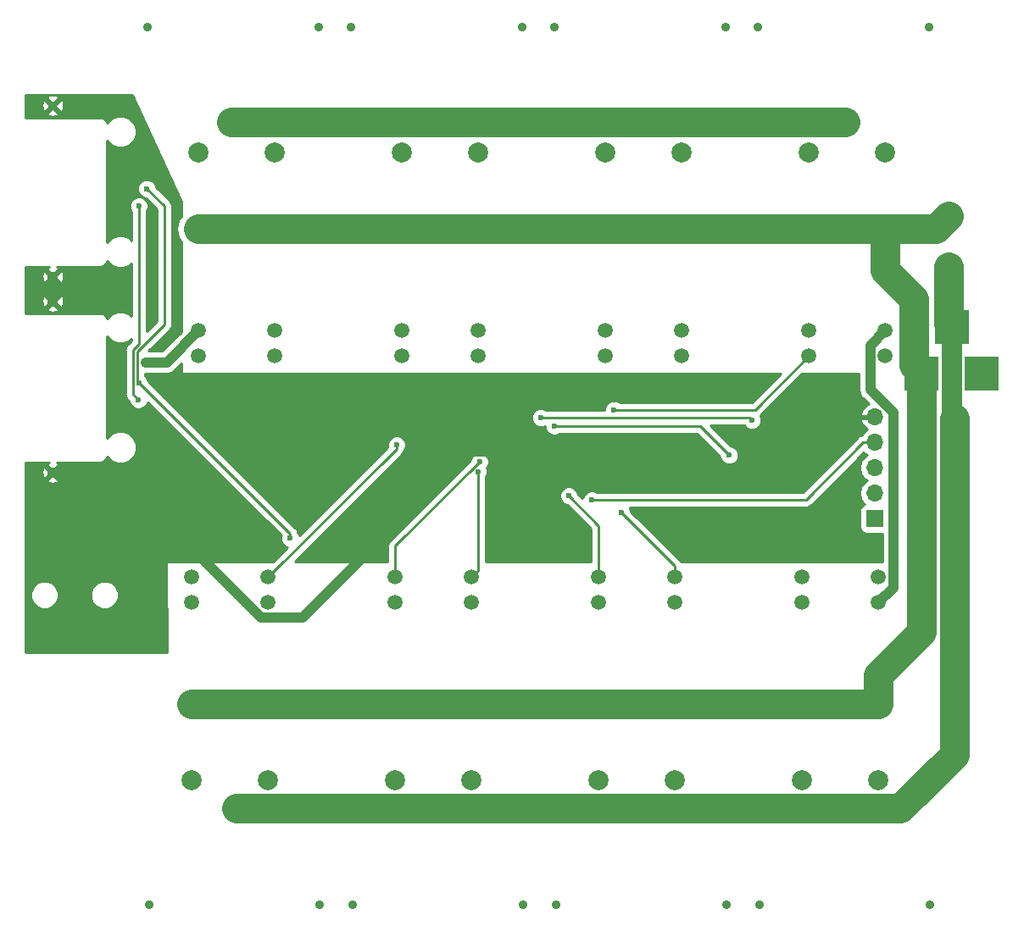
<source format=gbl>
%TF.GenerationSoftware,KiCad,Pcbnew,(5.0.1)-3*%
%TF.CreationDate,2018-12-23T11:35:52+11:00*%
%TF.ProjectId,1Wire-AC_Zoning,31576972652D41435F5A6F6E696E672E,1.2*%
%TF.SameCoordinates,Original*%
%TF.FileFunction,Copper,L2,Bot,Signal*%
%TF.FilePolarity,Positive*%
%FSLAX46Y46*%
G04 Gerber Fmt 4.6, Leading zero omitted, Abs format (unit mm)*
G04 Created by KiCad (PCBNEW (5.0.1)-3) date 23/12/2018 11:35:52 AM*
%MOMM*%
%LPD*%
G01*
G04 APERTURE LIST*
%TA.AperFunction,ComponentPad*%
%ADD10C,0.900000*%
%TD*%
%TA.AperFunction,ComponentPad*%
%ADD11R,3.500120X3.500120*%
%TD*%
%TA.AperFunction,ComponentPad*%
%ADD12R,1.700000X1.700000*%
%TD*%
%TA.AperFunction,ComponentPad*%
%ADD13O,1.700000X1.700000*%
%TD*%
%TA.AperFunction,ComponentPad*%
%ADD14C,2.500000*%
%TD*%
%TA.AperFunction,ComponentPad*%
%ADD15C,1.500000*%
%TD*%
%TA.AperFunction,ComponentPad*%
%ADD16C,2.000000*%
%TD*%
%TA.AperFunction,ViaPad*%
%ADD17C,0.600000*%
%TD*%
%TA.AperFunction,Conductor*%
%ADD18C,1.000000*%
%TD*%
%TA.AperFunction,Conductor*%
%ADD19C,0.250000*%
%TD*%
%TA.AperFunction,Conductor*%
%ADD20C,3.000000*%
%TD*%
%TA.AperFunction,Conductor*%
%ADD21C,2.000000*%
%TD*%
%TA.AperFunction,Conductor*%
%ADD22C,0.800000*%
%TD*%
%TA.AperFunction,Conductor*%
%ADD23C,0.254000*%
%TD*%
G04 APERTURE END LIST*
D10*
%TO.P,ZONE7,9*%
%TO.N,Net-(ZONE7-Pad9)*%
X183517000Y-143187000D03*
X200617000Y-143187000D03*
%TD*%
%TO.P,ZONE6,9*%
%TO.N,Net-(ZONE6-Pad9)*%
X163197000Y-143187000D03*
X180297000Y-143187000D03*
%TD*%
%TO.P,J2,9*%
%TO.N,GND*%
X112972000Y-63375000D03*
X112972000Y-80475000D03*
%TD*%
D11*
%TO.P,CON1,1*%
%TO.N,/24VAC_LIVE*%
X199768860Y-90170000D03*
%TO.P,CON1,2*%
%TO.N,Net-(CON1-Pad2)*%
X205768340Y-90170000D03*
%TO.P,CON1,3*%
%TO.N,/24VAC_N*%
X202768600Y-85471000D03*
%TD*%
D10*
%TO.P,J1,9*%
%TO.N,GND*%
X112972000Y-82933000D03*
X112972000Y-100033000D03*
%TD*%
D12*
%TO.P,P6,1*%
%TO.N,/1W-DATA*%
X195072000Y-104648000D03*
D13*
%TO.P,P6,2*%
%TO.N,+3V3*%
X195072000Y-102108000D03*
%TO.P,P6,3*%
%TO.N,/UART_TX*%
X195072000Y-99568000D03*
%TO.P,P6,4*%
%TO.N,/UART_RX*%
X195072000Y-97028000D03*
%TO.P,P6,5*%
%TO.N,GND*%
X195072000Y-94488000D03*
%TD*%
D14*
%TO.P,P2,1*%
%TO.N,/24VAC_LIVE*%
X202427000Y-74422000D03*
%TO.P,P2,2*%
%TO.N,/24VAC_N*%
X202427000Y-79502000D03*
%TD*%
D15*
%TO.P,U3,4*%
%TO.N,/ZONE0_OPEN*%
X196091000Y-88392000D03*
%TO.P,U3,3*%
%TO.N,+5V*%
X196091000Y-85852000D03*
D16*
%TO.P,U3,2*%
%TO.N,/24VAC_LIVE*%
X196091000Y-75692000D03*
%TO.P,U3,1*%
%TO.N,Net-(U3-Pad1)*%
X196091000Y-68072000D03*
%TD*%
D15*
%TO.P,U4,4*%
%TO.N,/ZONE2_OPEN*%
X155451000Y-88392000D03*
%TO.P,U4,3*%
%TO.N,+5V*%
X155451000Y-85852000D03*
D16*
%TO.P,U4,2*%
%TO.N,/24VAC_LIVE*%
X155451000Y-75692000D03*
%TO.P,U4,1*%
%TO.N,Net-(U4-Pad1)*%
X155451000Y-68072000D03*
%TD*%
D15*
%TO.P,U5,4*%
%TO.N,/ZONE4_OPEN*%
X126870000Y-110490000D03*
%TO.P,U5,3*%
%TO.N,+5V*%
X126870000Y-113030000D03*
D16*
%TO.P,U5,2*%
%TO.N,/24VAC_LIVE*%
X126870000Y-123190000D03*
%TO.P,U5,1*%
%TO.N,Net-(U5-Pad1)*%
X126870000Y-130810000D03*
%TD*%
D15*
%TO.P,U6,4*%
%TO.N,/ZONE6_OPEN*%
X167510000Y-110490000D03*
%TO.P,U6,3*%
%TO.N,+5V*%
X167510000Y-113030000D03*
D16*
%TO.P,U6,2*%
%TO.N,/24VAC_LIVE*%
X167510000Y-123190000D03*
%TO.P,U6,1*%
%TO.N,Net-(U6-Pad1)*%
X167510000Y-130810000D03*
%TD*%
D15*
%TO.P,U7,4*%
%TO.N,/ZONE0_CLOSE*%
X188471000Y-88392000D03*
%TO.P,U7,3*%
%TO.N,+5V*%
X188471000Y-85852000D03*
D16*
%TO.P,U7,2*%
%TO.N,/24VAC_LIVE*%
X188471000Y-75692000D03*
%TO.P,U7,1*%
%TO.N,Net-(U7-Pad1)*%
X188471000Y-68072000D03*
%TD*%
D15*
%TO.P,U8,4*%
%TO.N,/ZONE2_CLOSE*%
X147831000Y-88392000D03*
%TO.P,U8,3*%
%TO.N,+5V*%
X147831000Y-85852000D03*
D16*
%TO.P,U8,2*%
%TO.N,/24VAC_LIVE*%
X147831000Y-75692000D03*
%TO.P,U8,1*%
%TO.N,Net-(U8-Pad1)*%
X147831000Y-68072000D03*
%TD*%
D15*
%TO.P,U9,4*%
%TO.N,/ZONE4_CLOSE*%
X134490000Y-110490000D03*
%TO.P,U9,3*%
%TO.N,+5V*%
X134490000Y-113030000D03*
D16*
%TO.P,U9,2*%
%TO.N,/24VAC_LIVE*%
X134490000Y-123190000D03*
%TO.P,U9,1*%
%TO.N,Net-(U9-Pad1)*%
X134490000Y-130810000D03*
%TD*%
D15*
%TO.P,U10,4*%
%TO.N,/ZONE6_CLOSE*%
X175130000Y-110490000D03*
%TO.P,U10,3*%
%TO.N,+5V*%
X175130000Y-113030000D03*
D16*
%TO.P,U10,2*%
%TO.N,/24VAC_LIVE*%
X175130000Y-123190000D03*
%TO.P,U10,1*%
%TO.N,Net-(U10-Pad1)*%
X175130000Y-130810000D03*
%TD*%
D15*
%TO.P,U11,4*%
%TO.N,/ZONE1_OPEN*%
X175771000Y-88392000D03*
%TO.P,U11,3*%
%TO.N,+5V*%
X175771000Y-85852000D03*
D16*
%TO.P,U11,2*%
%TO.N,/24VAC_LIVE*%
X175771000Y-75692000D03*
%TO.P,U11,1*%
%TO.N,Net-(U11-Pad1)*%
X175771000Y-68072000D03*
%TD*%
D15*
%TO.P,U12,4*%
%TO.N,/ZONE3_OPEN*%
X135131000Y-88392000D03*
%TO.P,U12,3*%
%TO.N,+5V*%
X135131000Y-85852000D03*
D16*
%TO.P,U12,2*%
%TO.N,/24VAC_LIVE*%
X135131000Y-75692000D03*
%TO.P,U12,1*%
%TO.N,Net-(U12-Pad1)*%
X135131000Y-68072000D03*
%TD*%
D15*
%TO.P,U13,4*%
%TO.N,/ZONE5_OPEN*%
X147190000Y-110490000D03*
%TO.P,U13,3*%
%TO.N,+5V*%
X147190000Y-113030000D03*
D16*
%TO.P,U13,2*%
%TO.N,/24VAC_LIVE*%
X147190000Y-123190000D03*
%TO.P,U13,1*%
%TO.N,Net-(U13-Pad1)*%
X147190000Y-130810000D03*
%TD*%
D15*
%TO.P,U14,4*%
%TO.N,/ZONE7_OPEN*%
X187830000Y-110490000D03*
%TO.P,U14,3*%
%TO.N,+5V*%
X187830000Y-113030000D03*
D16*
%TO.P,U14,2*%
%TO.N,/24VAC_LIVE*%
X187830000Y-123190000D03*
%TO.P,U14,1*%
%TO.N,Net-(U14-Pad1)*%
X187830000Y-130810000D03*
%TD*%
D15*
%TO.P,U15,4*%
%TO.N,/ZONE1_CLOSE*%
X168151000Y-88392000D03*
%TO.P,U15,3*%
%TO.N,+5V*%
X168151000Y-85852000D03*
D16*
%TO.P,U15,2*%
%TO.N,/24VAC_LIVE*%
X168151000Y-75692000D03*
%TO.P,U15,1*%
%TO.N,Net-(U15-Pad1)*%
X168151000Y-68072000D03*
%TD*%
D15*
%TO.P,U16,4*%
%TO.N,/ZONE3_CLOSE*%
X127511000Y-88392000D03*
%TO.P,U16,3*%
%TO.N,+5V*%
X127511000Y-85852000D03*
D16*
%TO.P,U16,2*%
%TO.N,/24VAC_LIVE*%
X127511000Y-75692000D03*
%TO.P,U16,1*%
%TO.N,Net-(U16-Pad1)*%
X127511000Y-68072000D03*
%TD*%
D15*
%TO.P,U17,4*%
%TO.N,/ZONE5_CLOSE*%
X154810000Y-110490000D03*
%TO.P,U17,3*%
%TO.N,+5V*%
X154810000Y-113030000D03*
D16*
%TO.P,U17,2*%
%TO.N,/24VAC_LIVE*%
X154810000Y-123190000D03*
%TO.P,U17,1*%
%TO.N,Net-(U17-Pad1)*%
X154810000Y-130810000D03*
%TD*%
D15*
%TO.P,U18,4*%
%TO.N,/ZONE7_CLOSE*%
X195450000Y-110490000D03*
%TO.P,U18,3*%
%TO.N,+5V*%
X195450000Y-113030000D03*
D16*
%TO.P,U18,2*%
%TO.N,/24VAC_LIVE*%
X195450000Y-123190000D03*
%TO.P,U18,1*%
%TO.N,Net-(U18-Pad1)*%
X195450000Y-130810000D03*
%TD*%
D10*
%TO.P,ZONE0,9*%
%TO.N,Net-(ZONE0-Pad9)*%
X200531000Y-55492000D03*
X183431000Y-55492000D03*
%TD*%
%TO.P,ZONE1,9*%
%TO.N,Net-(ZONE1-Pad9)*%
X180211000Y-55492000D03*
X163111000Y-55492000D03*
%TD*%
%TO.P,ZONE2,9*%
%TO.N,Net-(ZONE2-Pad9)*%
X159891000Y-55492000D03*
X142791000Y-55492000D03*
%TD*%
%TO.P,ZONE3,9*%
%TO.N,Net-(ZONE3-Pad9)*%
X139571000Y-55492000D03*
X122471000Y-55492000D03*
%TD*%
%TO.P,ZONE4,9*%
%TO.N,Net-(ZONE4-Pad9)*%
X122557000Y-143187000D03*
X139657000Y-143187000D03*
%TD*%
%TO.P,ZONE5,9*%
%TO.N,Net-(ZONE5-Pad9)*%
X142877000Y-143187000D03*
X159977000Y-143187000D03*
%TD*%
D17*
%TO.N,+5V*%
X122264000Y-89013000D03*
%TO.N,GND*%
X174879000Y-103987600D03*
X151986000Y-100468700D03*
X167269000Y-96685000D03*
X160816400Y-106725500D03*
%TO.N,Net-(J1-Pad6)*%
X121517000Y-92757100D03*
X121566000Y-73369000D03*
%TO.N,/1W-DATA*%
X121583000Y-91053000D03*
X122361000Y-71653000D03*
X136668700Y-106603700D03*
%TO.N,/SWCLK*%
X180531800Y-98298000D03*
X163049300Y-95357200D03*
%TO.N,/SWDAT*%
X182810800Y-94815700D03*
X161681600Y-94546000D03*
%TO.N,/UART_RX*%
X166794300Y-102747500D03*
%TO.N,/24VAC_N*%
X192405000Y-133604000D03*
X130810000Y-65024000D03*
X151333000Y-65024000D03*
X171729000Y-64973200D03*
X192176000Y-65024000D03*
X131318000Y-133604000D03*
X151943000Y-133604000D03*
X172085000Y-133604000D03*
%TO.N,/ZONE6_OPEN*%
X164520900Y-102354000D03*
%TO.N,/ZONE0_CLOSE*%
X169033500Y-93749100D03*
%TO.N,/ZONE4_CLOSE*%
X147317900Y-97273800D03*
%TO.N,/ZONE6_CLOSE*%
X169789700Y-104052200D03*
%TO.N,/ZONE5_OPEN*%
X155600800Y-98940400D03*
%TO.N,/ZONE5_CLOSE*%
X155452800Y-99979200D03*
%TD*%
D18*
%TO.N,+5V*%
X124350000Y-89013000D02*
X122264000Y-89013000D01*
X127511000Y-85852000D02*
X124350000Y-89013000D01*
X194631500Y-87311500D02*
X196091000Y-85852000D01*
X194631500Y-91740600D02*
X194631500Y-87311500D01*
X196928900Y-94038000D02*
X194631500Y-91740600D01*
X196928900Y-111551100D02*
X196928900Y-94038000D01*
X195450000Y-113030000D02*
X196928900Y-111551100D01*
%TO.N,GND*%
X112972000Y-80475000D02*
X112972000Y-82933000D01*
X137962600Y-114492100D02*
X151986000Y-100468700D01*
X133746700Y-114492100D02*
X137962600Y-114492100D01*
X119287600Y-100033000D02*
X133746700Y-114492100D01*
X112972000Y-100033000D02*
X119287600Y-100033000D01*
X160816400Y-98603700D02*
X160816400Y-106725500D01*
X160129900Y-97917200D02*
X160816400Y-98603700D01*
X154537500Y-97917200D02*
X160129900Y-97917200D01*
X151986000Y-100468700D02*
X154537500Y-97917200D01*
X165350300Y-98603700D02*
X167269000Y-96685000D01*
X160816400Y-98603700D02*
X165350300Y-98603700D01*
D19*
%TO.N,Net-(J1-Pad6)*%
X120951000Y-92190800D02*
X121517000Y-92757100D01*
X120951000Y-87761600D02*
X120951000Y-92190800D01*
X121566000Y-87146200D02*
X120951000Y-87761600D01*
X121566000Y-73369000D02*
X121566000Y-87146200D01*
%TO.N,/1W-DATA*%
X121436000Y-90905700D02*
X121583000Y-91053000D01*
X121436000Y-87913500D02*
X121436000Y-90905700D01*
X124120000Y-85230000D02*
X121436000Y-87913500D01*
X124120000Y-73411300D02*
X124120000Y-85230000D01*
X122361000Y-71653000D02*
X124120000Y-73411300D01*
X136668700Y-106138700D02*
X136668700Y-106603700D01*
X121583000Y-91053000D02*
X136668700Y-106138700D01*
%TO.N,/SWCLK*%
X177591000Y-95357200D02*
X163049300Y-95357200D01*
X180531800Y-98298000D02*
X177591000Y-95357200D01*
%TO.N,/SWDAT*%
X182541100Y-94546000D02*
X182810800Y-94815700D01*
X161681600Y-94546000D02*
X182541100Y-94546000D01*
%TO.N,/UART_RX*%
X188177200Y-102747500D02*
X166794300Y-102747500D01*
X193896700Y-97028000D02*
X188177200Y-102747500D01*
X195072000Y-97028000D02*
X193896700Y-97028000D01*
D20*
%TO.N,/24VAC_LIVE*%
X201157000Y-75692000D02*
X202427000Y-74422000D01*
X196091000Y-75692000D02*
X201157000Y-75692000D01*
X187830000Y-123190000D02*
X195450000Y-123190000D01*
X175130000Y-123190000D02*
X187830000Y-123190000D01*
X167510000Y-123190000D02*
X175130000Y-123190000D01*
X154810000Y-123190000D02*
X167510000Y-123190000D01*
X147190000Y-123190000D02*
X154810000Y-123190000D01*
X134490000Y-123190000D02*
X147190000Y-123190000D01*
X126870000Y-123190000D02*
X134490000Y-123190000D01*
X188471000Y-75692000D02*
X196091000Y-75692000D01*
X175771000Y-75692000D02*
X188471000Y-75692000D01*
X168151000Y-75692000D02*
X175771000Y-75692000D01*
X155451000Y-75692000D02*
X168151000Y-75692000D01*
X147831000Y-75692000D02*
X155451000Y-75692000D01*
X135131000Y-75692000D02*
X147831000Y-75692000D01*
X127511000Y-75692000D02*
X135131000Y-75692000D01*
X198933000Y-89334300D02*
X199768000Y-90170000D01*
X198933000Y-82651600D02*
X198933000Y-89334300D01*
X196091000Y-79809800D02*
X198933000Y-82651600D01*
X196091000Y-75692000D02*
X196091000Y-79809800D01*
X195450000Y-120272000D02*
X195450000Y-123190000D01*
X199768000Y-115954000D02*
X195450000Y-120272000D01*
X199768000Y-90170000D02*
X199768000Y-115954000D01*
D21*
X199769000Y-90170000D02*
X199768900Y-90170000D01*
X199768900Y-90170000D02*
X199768000Y-90170000D01*
D20*
%TO.N,/24VAC_N*%
X197637000Y-133604000D02*
X192405000Y-133604000D01*
X203022000Y-128219000D02*
X197637000Y-133604000D01*
X203022000Y-94589600D02*
X203022000Y-128219000D01*
D21*
X202768000Y-94335600D02*
X203022000Y-94589600D01*
X202768000Y-85471000D02*
X202768000Y-94335600D01*
D20*
X151130000Y-65024000D02*
X130810000Y-65024000D01*
D22*
X151333000Y-65024000D02*
X151130000Y-65024000D01*
X171755000Y-64998600D02*
X171755000Y-65024000D01*
X171729000Y-64973200D02*
X171755000Y-64998600D01*
X192176000Y-65024000D02*
X192126000Y-65024000D01*
D20*
X151333000Y-65024000D02*
X151130000Y-65024000D01*
X202427000Y-85130000D02*
X202598000Y-85300500D01*
X202427000Y-79502000D02*
X202427000Y-85130000D01*
X202598000Y-85300500D02*
X202768000Y-85471000D01*
X192126000Y-65024000D02*
X171755000Y-65024000D01*
X171755000Y-65024000D02*
X151333000Y-65024000D01*
X192405000Y-133604000D02*
X172085000Y-133604000D01*
X172085000Y-133604000D02*
X151943000Y-133604000D01*
X151943000Y-133604000D02*
X131318000Y-133604000D01*
D21*
X202768600Y-85471000D02*
X202768800Y-85470800D01*
X202598000Y-85300500D02*
X202768800Y-85470800D01*
X202768800Y-85470800D02*
X202769000Y-85471000D01*
D19*
%TO.N,/ZONE6_OPEN*%
X167510000Y-105343100D02*
X164520900Y-102354000D01*
X167510000Y-110490000D02*
X167510000Y-105343100D01*
%TO.N,/ZONE0_CLOSE*%
X183113900Y-93749100D02*
X169033500Y-93749100D01*
X188471000Y-88392000D02*
X183113900Y-93749100D01*
%TO.N,/ZONE4_CLOSE*%
X147317900Y-97662100D02*
X147317900Y-97273800D01*
X134490000Y-110490000D02*
X147317900Y-97662100D01*
%TO.N,/ZONE6_CLOSE*%
X175130000Y-109392500D02*
X169789700Y-104052200D01*
X175130000Y-110490000D02*
X175130000Y-109392500D01*
%TO.N,/ZONE5_OPEN*%
X147190000Y-107351200D02*
X155600800Y-98940400D01*
X147190000Y-110490000D02*
X147190000Y-107351200D01*
%TO.N,/ZONE5_CLOSE*%
X155452800Y-109847200D02*
X155452800Y-99979200D01*
X154810000Y-110490000D02*
X155452800Y-109847200D01*
%TD*%
D23*
%TO.N,GND*%
G36*
X118814170Y-86876698D02*
X119396724Y-87118000D01*
X120027276Y-87118000D01*
X120609830Y-86876698D01*
X120806001Y-86680527D01*
X120806001Y-86831543D01*
X120466427Y-87171338D01*
X120403071Y-87213671D01*
X120360599Y-87277235D01*
X120360514Y-87277320D01*
X120319924Y-87338109D01*
X120235096Y-87465064D01*
X120235071Y-87465190D01*
X120235000Y-87465296D01*
X120205820Y-87612244D01*
X120191000Y-87686749D01*
X120191000Y-87686876D01*
X120176112Y-87761851D01*
X120191000Y-87836572D01*
X120191001Y-92115846D01*
X120176112Y-92190595D01*
X120191001Y-92265551D01*
X120191001Y-92265652D01*
X120205420Y-92338142D01*
X120235018Y-92487147D01*
X120235077Y-92487235D01*
X120235097Y-92487337D01*
X120318567Y-92612259D01*
X120360543Y-92675116D01*
X120360616Y-92675189D01*
X120403072Y-92738729D01*
X120466442Y-92781072D01*
X120582000Y-92896691D01*
X120582000Y-92943083D01*
X120724345Y-93286735D01*
X120987365Y-93549755D01*
X121331017Y-93692100D01*
X121702983Y-93692100D01*
X122046635Y-93549755D01*
X122309655Y-93286735D01*
X122436266Y-92981067D01*
X135774475Y-106319277D01*
X135733700Y-106417717D01*
X135733700Y-106789683D01*
X135876045Y-107133335D01*
X136139065Y-107396355D01*
X136400538Y-107504661D01*
X134989999Y-108915200D01*
X124460000Y-108915200D01*
X124411399Y-108924867D01*
X124370197Y-108952397D01*
X124342667Y-108993599D01*
X124333002Y-109042911D01*
X124383087Y-117983000D01*
X110260200Y-117983000D01*
X110260200Y-111992506D01*
X110757000Y-111992506D01*
X110757000Y-112543494D01*
X110967853Y-113052540D01*
X111357460Y-113442147D01*
X111866506Y-113653000D01*
X112417494Y-113653000D01*
X112926540Y-113442147D01*
X113316147Y-113052540D01*
X113527000Y-112543494D01*
X113527000Y-111992506D01*
X116757000Y-111992506D01*
X116757000Y-112543494D01*
X116967853Y-113052540D01*
X117357460Y-113442147D01*
X117866506Y-113653000D01*
X118417494Y-113653000D01*
X118926540Y-113442147D01*
X119316147Y-113052540D01*
X119527000Y-112543494D01*
X119527000Y-111992506D01*
X119316147Y-111483460D01*
X118926540Y-111093853D01*
X118417494Y-110883000D01*
X117866506Y-110883000D01*
X117357460Y-111093853D01*
X116967853Y-111483460D01*
X116757000Y-111992506D01*
X113527000Y-111992506D01*
X113316147Y-111483460D01*
X112926540Y-111093853D01*
X112417494Y-110883000D01*
X111866506Y-110883000D01*
X111357460Y-111093853D01*
X110967853Y-111483460D01*
X110757000Y-111992506D01*
X110260200Y-111992506D01*
X110260200Y-100786745D01*
X112397860Y-100786745D01*
X112428803Y-100996712D01*
X112838948Y-101131226D01*
X113269349Y-101098546D01*
X113515197Y-100996712D01*
X113546140Y-100786745D01*
X112972000Y-100212605D01*
X112397860Y-100786745D01*
X110260200Y-100786745D01*
X110260200Y-99899948D01*
X111873774Y-99899948D01*
X111906454Y-100330349D01*
X112008288Y-100576197D01*
X112218255Y-100607140D01*
X112792395Y-100033000D01*
X113151605Y-100033000D01*
X113725745Y-100607140D01*
X113935712Y-100576197D01*
X114070226Y-100166052D01*
X114037546Y-99735651D01*
X113935712Y-99489803D01*
X113725745Y-99458860D01*
X113151605Y-100033000D01*
X112792395Y-100033000D01*
X112218255Y-99458860D01*
X112008288Y-99489803D01*
X111873774Y-99899948D01*
X110260200Y-99899948D01*
X110260200Y-99008000D01*
X112576765Y-99008000D01*
X112428803Y-99069288D01*
X112397860Y-99279255D01*
X112972000Y-99853395D01*
X113546140Y-99279255D01*
X113515197Y-99069288D01*
X113328325Y-99008000D01*
X117608274Y-99008000D01*
X117678200Y-99021909D01*
X117748125Y-99008000D01*
X117748126Y-99008000D01*
X117955228Y-98966805D01*
X118190081Y-98809881D01*
X118347005Y-98575028D01*
X118374463Y-98436989D01*
X118376121Y-98428649D01*
X118814170Y-98866698D01*
X119396724Y-99108000D01*
X120027276Y-99108000D01*
X120609830Y-98866698D01*
X121055698Y-98420830D01*
X121297000Y-97838276D01*
X121297000Y-97207724D01*
X121055698Y-96625170D01*
X120609830Y-96179302D01*
X120027276Y-95938000D01*
X119396724Y-95938000D01*
X118814170Y-96179302D01*
X118388200Y-96605272D01*
X118388200Y-86450728D01*
X118814170Y-86876698D01*
X118814170Y-86876698D01*
G37*
X118814170Y-86876698D02*
X119396724Y-87118000D01*
X120027276Y-87118000D01*
X120609830Y-86876698D01*
X120806001Y-86680527D01*
X120806001Y-86831543D01*
X120466427Y-87171338D01*
X120403071Y-87213671D01*
X120360599Y-87277235D01*
X120360514Y-87277320D01*
X120319924Y-87338109D01*
X120235096Y-87465064D01*
X120235071Y-87465190D01*
X120235000Y-87465296D01*
X120205820Y-87612244D01*
X120191000Y-87686749D01*
X120191000Y-87686876D01*
X120176112Y-87761851D01*
X120191000Y-87836572D01*
X120191001Y-92115846D01*
X120176112Y-92190595D01*
X120191001Y-92265551D01*
X120191001Y-92265652D01*
X120205420Y-92338142D01*
X120235018Y-92487147D01*
X120235077Y-92487235D01*
X120235097Y-92487337D01*
X120318567Y-92612259D01*
X120360543Y-92675116D01*
X120360616Y-92675189D01*
X120403072Y-92738729D01*
X120466442Y-92781072D01*
X120582000Y-92896691D01*
X120582000Y-92943083D01*
X120724345Y-93286735D01*
X120987365Y-93549755D01*
X121331017Y-93692100D01*
X121702983Y-93692100D01*
X122046635Y-93549755D01*
X122309655Y-93286735D01*
X122436266Y-92981067D01*
X135774475Y-106319277D01*
X135733700Y-106417717D01*
X135733700Y-106789683D01*
X135876045Y-107133335D01*
X136139065Y-107396355D01*
X136400538Y-107504661D01*
X134989999Y-108915200D01*
X124460000Y-108915200D01*
X124411399Y-108924867D01*
X124370197Y-108952397D01*
X124342667Y-108993599D01*
X124333002Y-109042911D01*
X124383087Y-117983000D01*
X110260200Y-117983000D01*
X110260200Y-111992506D01*
X110757000Y-111992506D01*
X110757000Y-112543494D01*
X110967853Y-113052540D01*
X111357460Y-113442147D01*
X111866506Y-113653000D01*
X112417494Y-113653000D01*
X112926540Y-113442147D01*
X113316147Y-113052540D01*
X113527000Y-112543494D01*
X113527000Y-111992506D01*
X116757000Y-111992506D01*
X116757000Y-112543494D01*
X116967853Y-113052540D01*
X117357460Y-113442147D01*
X117866506Y-113653000D01*
X118417494Y-113653000D01*
X118926540Y-113442147D01*
X119316147Y-113052540D01*
X119527000Y-112543494D01*
X119527000Y-111992506D01*
X119316147Y-111483460D01*
X118926540Y-111093853D01*
X118417494Y-110883000D01*
X117866506Y-110883000D01*
X117357460Y-111093853D01*
X116967853Y-111483460D01*
X116757000Y-111992506D01*
X113527000Y-111992506D01*
X113316147Y-111483460D01*
X112926540Y-111093853D01*
X112417494Y-110883000D01*
X111866506Y-110883000D01*
X111357460Y-111093853D01*
X110967853Y-111483460D01*
X110757000Y-111992506D01*
X110260200Y-111992506D01*
X110260200Y-100786745D01*
X112397860Y-100786745D01*
X112428803Y-100996712D01*
X112838948Y-101131226D01*
X113269349Y-101098546D01*
X113515197Y-100996712D01*
X113546140Y-100786745D01*
X112972000Y-100212605D01*
X112397860Y-100786745D01*
X110260200Y-100786745D01*
X110260200Y-99899948D01*
X111873774Y-99899948D01*
X111906454Y-100330349D01*
X112008288Y-100576197D01*
X112218255Y-100607140D01*
X112792395Y-100033000D01*
X113151605Y-100033000D01*
X113725745Y-100607140D01*
X113935712Y-100576197D01*
X114070226Y-100166052D01*
X114037546Y-99735651D01*
X113935712Y-99489803D01*
X113725745Y-99458860D01*
X113151605Y-100033000D01*
X112792395Y-100033000D01*
X112218255Y-99458860D01*
X112008288Y-99489803D01*
X111873774Y-99899948D01*
X110260200Y-99899948D01*
X110260200Y-99008000D01*
X112576765Y-99008000D01*
X112428803Y-99069288D01*
X112397860Y-99279255D01*
X112972000Y-99853395D01*
X113546140Y-99279255D01*
X113515197Y-99069288D01*
X113328325Y-99008000D01*
X117608274Y-99008000D01*
X117678200Y-99021909D01*
X117748125Y-99008000D01*
X117748126Y-99008000D01*
X117955228Y-98966805D01*
X118190081Y-98809881D01*
X118347005Y-98575028D01*
X118374463Y-98436989D01*
X118376121Y-98428649D01*
X118814170Y-98866698D01*
X119396724Y-99108000D01*
X120027276Y-99108000D01*
X120609830Y-98866698D01*
X121055698Y-98420830D01*
X121297000Y-97838276D01*
X121297000Y-97207724D01*
X121055698Y-96625170D01*
X120609830Y-96179302D01*
X120027276Y-95938000D01*
X119396724Y-95938000D01*
X118814170Y-96179302D01*
X118388200Y-96605272D01*
X118388200Y-86450728D01*
X118814170Y-86876698D01*
G36*
X125806200Y-89992200D02*
X125815867Y-90040801D01*
X125843397Y-90082003D01*
X125884599Y-90109533D01*
X125933155Y-90119200D01*
X185647785Y-90140413D01*
X182799099Y-92989100D01*
X169595790Y-92989100D01*
X169563135Y-92956445D01*
X169219483Y-92814100D01*
X168847517Y-92814100D01*
X168503865Y-92956445D01*
X168240845Y-93219465D01*
X168098500Y-93563117D01*
X168098500Y-93786000D01*
X162243890Y-93786000D01*
X162211235Y-93753345D01*
X161867583Y-93611000D01*
X161495617Y-93611000D01*
X161151965Y-93753345D01*
X160888945Y-94016365D01*
X160746600Y-94360017D01*
X160746600Y-94731983D01*
X160888945Y-95075635D01*
X161151965Y-95338655D01*
X161495617Y-95481000D01*
X161867583Y-95481000D01*
X162114300Y-95378807D01*
X162114300Y-95543183D01*
X162256645Y-95886835D01*
X162519665Y-96149855D01*
X162863317Y-96292200D01*
X163235283Y-96292200D01*
X163578935Y-96149855D01*
X163611590Y-96117200D01*
X177276199Y-96117200D01*
X179596800Y-98437802D01*
X179596800Y-98483983D01*
X179739145Y-98827635D01*
X180002165Y-99090655D01*
X180345817Y-99233000D01*
X180717783Y-99233000D01*
X181061435Y-99090655D01*
X181324455Y-98827635D01*
X181466800Y-98483983D01*
X181466800Y-98112017D01*
X181324455Y-97768365D01*
X181061435Y-97505345D01*
X180717783Y-97363000D01*
X180671602Y-97363000D01*
X178614601Y-95306000D01*
X182001852Y-95306000D01*
X182018145Y-95345335D01*
X182281165Y-95608355D01*
X182624817Y-95750700D01*
X182996783Y-95750700D01*
X183340435Y-95608355D01*
X183603455Y-95345335D01*
X183745800Y-95001683D01*
X183745800Y-94629717D01*
X183619666Y-94325202D01*
X183661829Y-94297029D01*
X183704231Y-94233570D01*
X187796627Y-90141176D01*
X193496500Y-90143201D01*
X193496500Y-91628817D01*
X193474265Y-91740600D01*
X193523476Y-91988000D01*
X193562354Y-92183454D01*
X193813211Y-92558889D01*
X193907982Y-92622213D01*
X194454616Y-93168848D01*
X194190642Y-93292817D01*
X193800355Y-93721076D01*
X193630524Y-94131110D01*
X193751845Y-94361000D01*
X194945000Y-94361000D01*
X194945000Y-94341000D01*
X195199000Y-94341000D01*
X195199000Y-94361000D01*
X195219000Y-94361000D01*
X195219000Y-94615000D01*
X195199000Y-94615000D01*
X195199000Y-94635000D01*
X194945000Y-94635000D01*
X194945000Y-94615000D01*
X193751845Y-94615000D01*
X193630524Y-94844890D01*
X193800355Y-95254924D01*
X194190642Y-95683183D01*
X194320478Y-95744157D01*
X194001375Y-95957375D01*
X193789526Y-96274429D01*
X193600163Y-96312096D01*
X193600161Y-96312097D01*
X193600162Y-96312097D01*
X193412226Y-96437671D01*
X193412224Y-96437673D01*
X193348771Y-96480071D01*
X193306373Y-96543524D01*
X187862399Y-101987500D01*
X167356590Y-101987500D01*
X167323935Y-101954845D01*
X166980283Y-101812500D01*
X166608317Y-101812500D01*
X166264665Y-101954845D01*
X166001645Y-102217865D01*
X165859300Y-102561517D01*
X165859300Y-102617599D01*
X165455900Y-102214199D01*
X165455900Y-102168017D01*
X165313555Y-101824365D01*
X165050535Y-101561345D01*
X164706883Y-101419000D01*
X164334917Y-101419000D01*
X163991265Y-101561345D01*
X163728245Y-101824365D01*
X163585900Y-102168017D01*
X163585900Y-102539983D01*
X163728245Y-102883635D01*
X163991265Y-103146655D01*
X164334917Y-103289000D01*
X164381099Y-103289000D01*
X166750001Y-105657903D01*
X166750000Y-108915200D01*
X156212800Y-108915200D01*
X156212800Y-100541490D01*
X156245455Y-100508835D01*
X156387800Y-100165183D01*
X156387800Y-99793217D01*
X156294799Y-99568691D01*
X156393455Y-99470035D01*
X156535800Y-99126383D01*
X156535800Y-98754417D01*
X156393455Y-98410765D01*
X156130435Y-98147745D01*
X155786783Y-98005400D01*
X155414817Y-98005400D01*
X155071165Y-98147745D01*
X154808145Y-98410765D01*
X154665800Y-98754417D01*
X154665800Y-98800597D01*
X146705528Y-106760871D01*
X146642072Y-106803271D01*
X146599672Y-106866727D01*
X146599671Y-106866728D01*
X146474097Y-107054663D01*
X146415112Y-107351200D01*
X146430001Y-107426052D01*
X146430000Y-108915200D01*
X137139601Y-108915200D01*
X147802373Y-98252429D01*
X147865829Y-98210029D01*
X148033804Y-97958637D01*
X148053284Y-97860706D01*
X148110555Y-97803435D01*
X148252900Y-97459783D01*
X148252900Y-97087817D01*
X148110555Y-96744165D01*
X147847535Y-96481145D01*
X147503883Y-96338800D01*
X147131917Y-96338800D01*
X146788265Y-96481145D01*
X146525245Y-96744165D01*
X146382900Y-97087817D01*
X146382900Y-97459783D01*
X146401210Y-97503988D01*
X137569661Y-106335538D01*
X137461355Y-106074065D01*
X137423129Y-106035839D01*
X137384604Y-105842163D01*
X137216629Y-105590771D01*
X137153173Y-105548371D01*
X122518000Y-90913199D01*
X122518000Y-90867017D01*
X122375655Y-90523365D01*
X122196000Y-90343710D01*
X122196000Y-90148000D01*
X124238217Y-90148000D01*
X124350000Y-90170235D01*
X124461783Y-90148000D01*
X124792855Y-90082146D01*
X125168289Y-89831289D01*
X125231613Y-89736518D01*
X125806200Y-89161931D01*
X125806200Y-89992200D01*
X125806200Y-89992200D01*
G37*
X125806200Y-89992200D02*
X125815867Y-90040801D01*
X125843397Y-90082003D01*
X125884599Y-90109533D01*
X125933155Y-90119200D01*
X185647785Y-90140413D01*
X182799099Y-92989100D01*
X169595790Y-92989100D01*
X169563135Y-92956445D01*
X169219483Y-92814100D01*
X168847517Y-92814100D01*
X168503865Y-92956445D01*
X168240845Y-93219465D01*
X168098500Y-93563117D01*
X168098500Y-93786000D01*
X162243890Y-93786000D01*
X162211235Y-93753345D01*
X161867583Y-93611000D01*
X161495617Y-93611000D01*
X161151965Y-93753345D01*
X160888945Y-94016365D01*
X160746600Y-94360017D01*
X160746600Y-94731983D01*
X160888945Y-95075635D01*
X161151965Y-95338655D01*
X161495617Y-95481000D01*
X161867583Y-95481000D01*
X162114300Y-95378807D01*
X162114300Y-95543183D01*
X162256645Y-95886835D01*
X162519665Y-96149855D01*
X162863317Y-96292200D01*
X163235283Y-96292200D01*
X163578935Y-96149855D01*
X163611590Y-96117200D01*
X177276199Y-96117200D01*
X179596800Y-98437802D01*
X179596800Y-98483983D01*
X179739145Y-98827635D01*
X180002165Y-99090655D01*
X180345817Y-99233000D01*
X180717783Y-99233000D01*
X181061435Y-99090655D01*
X181324455Y-98827635D01*
X181466800Y-98483983D01*
X181466800Y-98112017D01*
X181324455Y-97768365D01*
X181061435Y-97505345D01*
X180717783Y-97363000D01*
X180671602Y-97363000D01*
X178614601Y-95306000D01*
X182001852Y-95306000D01*
X182018145Y-95345335D01*
X182281165Y-95608355D01*
X182624817Y-95750700D01*
X182996783Y-95750700D01*
X183340435Y-95608355D01*
X183603455Y-95345335D01*
X183745800Y-95001683D01*
X183745800Y-94629717D01*
X183619666Y-94325202D01*
X183661829Y-94297029D01*
X183704231Y-94233570D01*
X187796627Y-90141176D01*
X193496500Y-90143201D01*
X193496500Y-91628817D01*
X193474265Y-91740600D01*
X193523476Y-91988000D01*
X193562354Y-92183454D01*
X193813211Y-92558889D01*
X193907982Y-92622213D01*
X194454616Y-93168848D01*
X194190642Y-93292817D01*
X193800355Y-93721076D01*
X193630524Y-94131110D01*
X193751845Y-94361000D01*
X194945000Y-94361000D01*
X194945000Y-94341000D01*
X195199000Y-94341000D01*
X195199000Y-94361000D01*
X195219000Y-94361000D01*
X195219000Y-94615000D01*
X195199000Y-94615000D01*
X195199000Y-94635000D01*
X194945000Y-94635000D01*
X194945000Y-94615000D01*
X193751845Y-94615000D01*
X193630524Y-94844890D01*
X193800355Y-95254924D01*
X194190642Y-95683183D01*
X194320478Y-95744157D01*
X194001375Y-95957375D01*
X193789526Y-96274429D01*
X193600163Y-96312096D01*
X193600161Y-96312097D01*
X193600162Y-96312097D01*
X193412226Y-96437671D01*
X193412224Y-96437673D01*
X193348771Y-96480071D01*
X193306373Y-96543524D01*
X187862399Y-101987500D01*
X167356590Y-101987500D01*
X167323935Y-101954845D01*
X166980283Y-101812500D01*
X166608317Y-101812500D01*
X166264665Y-101954845D01*
X166001645Y-102217865D01*
X165859300Y-102561517D01*
X165859300Y-102617599D01*
X165455900Y-102214199D01*
X165455900Y-102168017D01*
X165313555Y-101824365D01*
X165050535Y-101561345D01*
X164706883Y-101419000D01*
X164334917Y-101419000D01*
X163991265Y-101561345D01*
X163728245Y-101824365D01*
X163585900Y-102168017D01*
X163585900Y-102539983D01*
X163728245Y-102883635D01*
X163991265Y-103146655D01*
X164334917Y-103289000D01*
X164381099Y-103289000D01*
X166750001Y-105657903D01*
X166750000Y-108915200D01*
X156212800Y-108915200D01*
X156212800Y-100541490D01*
X156245455Y-100508835D01*
X156387800Y-100165183D01*
X156387800Y-99793217D01*
X156294799Y-99568691D01*
X156393455Y-99470035D01*
X156535800Y-99126383D01*
X156535800Y-98754417D01*
X156393455Y-98410765D01*
X156130435Y-98147745D01*
X155786783Y-98005400D01*
X155414817Y-98005400D01*
X155071165Y-98147745D01*
X154808145Y-98410765D01*
X154665800Y-98754417D01*
X154665800Y-98800597D01*
X146705528Y-106760871D01*
X146642072Y-106803271D01*
X146599672Y-106866727D01*
X146599671Y-106866728D01*
X146474097Y-107054663D01*
X146415112Y-107351200D01*
X146430001Y-107426052D01*
X146430000Y-108915200D01*
X137139601Y-108915200D01*
X147802373Y-98252429D01*
X147865829Y-98210029D01*
X148033804Y-97958637D01*
X148053284Y-97860706D01*
X148110555Y-97803435D01*
X148252900Y-97459783D01*
X148252900Y-97087817D01*
X148110555Y-96744165D01*
X147847535Y-96481145D01*
X147503883Y-96338800D01*
X147131917Y-96338800D01*
X146788265Y-96481145D01*
X146525245Y-96744165D01*
X146382900Y-97087817D01*
X146382900Y-97459783D01*
X146401210Y-97503988D01*
X137569661Y-106335538D01*
X137461355Y-106074065D01*
X137423129Y-106035839D01*
X137384604Y-105842163D01*
X137216629Y-105590771D01*
X137153173Y-105548371D01*
X122518000Y-90913199D01*
X122518000Y-90867017D01*
X122375655Y-90523365D01*
X122196000Y-90343710D01*
X122196000Y-90148000D01*
X124238217Y-90148000D01*
X124350000Y-90170235D01*
X124461783Y-90148000D01*
X124792855Y-90082146D01*
X125168289Y-89831289D01*
X125231613Y-89736518D01*
X125806200Y-89161931D01*
X125806200Y-89992200D01*
G36*
X194001375Y-98098625D02*
X194299761Y-98298000D01*
X194001375Y-98497375D01*
X193673161Y-98988582D01*
X193557908Y-99568000D01*
X193673161Y-100147418D01*
X194001375Y-100638625D01*
X194299761Y-100838000D01*
X194001375Y-101037375D01*
X193673161Y-101528582D01*
X193557908Y-102108000D01*
X193673161Y-102687418D01*
X194001375Y-103178625D01*
X194019619Y-103190816D01*
X193974235Y-103199843D01*
X193764191Y-103340191D01*
X193623843Y-103550235D01*
X193574560Y-103798000D01*
X193574560Y-105498000D01*
X193623843Y-105745765D01*
X193764191Y-105955809D01*
X193974235Y-106096157D01*
X194222000Y-106145440D01*
X195793900Y-106145440D01*
X195793900Y-108915200D01*
X175725122Y-108915200D01*
X175720329Y-108908027D01*
X175677929Y-108844571D01*
X175614473Y-108802171D01*
X170724700Y-103912399D01*
X170724700Y-103866217D01*
X170582355Y-103522565D01*
X170567290Y-103507500D01*
X188102353Y-103507500D01*
X188177200Y-103522388D01*
X188252047Y-103507500D01*
X188252052Y-103507500D01*
X188473737Y-103463404D01*
X188725129Y-103295429D01*
X188767531Y-103231970D01*
X193961121Y-98038381D01*
X194001375Y-98098625D01*
X194001375Y-98098625D01*
G37*
X194001375Y-98098625D02*
X194299761Y-98298000D01*
X194001375Y-98497375D01*
X193673161Y-98988582D01*
X193557908Y-99568000D01*
X193673161Y-100147418D01*
X194001375Y-100638625D01*
X194299761Y-100838000D01*
X194001375Y-101037375D01*
X193673161Y-101528582D01*
X193557908Y-102108000D01*
X193673161Y-102687418D01*
X194001375Y-103178625D01*
X194019619Y-103190816D01*
X193974235Y-103199843D01*
X193764191Y-103340191D01*
X193623843Y-103550235D01*
X193574560Y-103798000D01*
X193574560Y-105498000D01*
X193623843Y-105745765D01*
X193764191Y-105955809D01*
X193974235Y-106096157D01*
X194222000Y-106145440D01*
X195793900Y-106145440D01*
X195793900Y-108915200D01*
X175725122Y-108915200D01*
X175720329Y-108908027D01*
X175677929Y-108844571D01*
X175614473Y-108802171D01*
X170724700Y-103912399D01*
X170724700Y-103866217D01*
X170582355Y-103522565D01*
X170567290Y-103507500D01*
X188102353Y-103507500D01*
X188177200Y-103522388D01*
X188252047Y-103507500D01*
X188252052Y-103507500D01*
X188473737Y-103463404D01*
X188725129Y-103295429D01*
X188767531Y-103231970D01*
X193961121Y-98038381D01*
X194001375Y-98098625D01*
G36*
X125806200Y-72976614D02*
X125806200Y-74400515D01*
X125499874Y-74858964D01*
X125334173Y-75692000D01*
X125499874Y-76525036D01*
X125806200Y-76983485D01*
X125806200Y-85951668D01*
X123879869Y-87878000D01*
X122546408Y-87878000D01*
X124604444Y-85820349D01*
X124667929Y-85777929D01*
X124751711Y-85652541D01*
X124835876Y-85526604D01*
X124835883Y-85526568D01*
X124835904Y-85526537D01*
X124866835Y-85371036D01*
X124894888Y-85230072D01*
X124880000Y-85155188D01*
X124880000Y-73486071D01*
X124894888Y-73411145D01*
X124865733Y-73264725D01*
X124835904Y-73114763D01*
X124835861Y-73114698D01*
X124835845Y-73114620D01*
X124750362Y-72986741D01*
X124667929Y-72863371D01*
X124604413Y-72820931D01*
X123296000Y-71513040D01*
X123296000Y-71467017D01*
X123153655Y-71123365D01*
X122890635Y-70860345D01*
X122546983Y-70718000D01*
X122175017Y-70718000D01*
X121831365Y-70860345D01*
X121568345Y-71123365D01*
X121426000Y-71467017D01*
X121426000Y-71838983D01*
X121568345Y-72182635D01*
X121831365Y-72445655D01*
X122175017Y-72588000D01*
X122221356Y-72588000D01*
X123360000Y-73726192D01*
X123360001Y-84915156D01*
X122326000Y-85948964D01*
X122326000Y-73931290D01*
X122358655Y-73898635D01*
X122501000Y-73554983D01*
X122501000Y-73183017D01*
X122358655Y-72839365D01*
X122095635Y-72576345D01*
X121751983Y-72434000D01*
X121380017Y-72434000D01*
X121036365Y-72576345D01*
X120773345Y-72839365D01*
X120631000Y-73183017D01*
X120631000Y-73554983D01*
X120773345Y-73898635D01*
X120806000Y-73931290D01*
X120806000Y-76817472D01*
X120609830Y-76621302D01*
X120027276Y-76380000D01*
X119396724Y-76380000D01*
X118814170Y-76621302D01*
X118388200Y-77047272D01*
X118388200Y-66892728D01*
X118814170Y-67318698D01*
X119396724Y-67560000D01*
X120027276Y-67560000D01*
X120609830Y-67318698D01*
X121055698Y-66872830D01*
X121297000Y-66290276D01*
X121297000Y-65659724D01*
X121055698Y-65077170D01*
X120609830Y-64631302D01*
X120027276Y-64390000D01*
X119396724Y-64390000D01*
X118814170Y-64631302D01*
X118368302Y-65077170D01*
X118364154Y-65087185D01*
X118347005Y-65000972D01*
X118190081Y-64766119D01*
X117955228Y-64609195D01*
X117748126Y-64568000D01*
X117678200Y-64554091D01*
X117608275Y-64568000D01*
X110260200Y-64568000D01*
X110260200Y-64128745D01*
X112397860Y-64128745D01*
X112428803Y-64338712D01*
X112838948Y-64473226D01*
X113269349Y-64440546D01*
X113515197Y-64338712D01*
X113546140Y-64128745D01*
X112972000Y-63554605D01*
X112397860Y-64128745D01*
X110260200Y-64128745D01*
X110260200Y-63241948D01*
X111873774Y-63241948D01*
X111906454Y-63672349D01*
X112008288Y-63918197D01*
X112218255Y-63949140D01*
X112792395Y-63375000D01*
X113151605Y-63375000D01*
X113725745Y-63949140D01*
X113935712Y-63918197D01*
X114070226Y-63508052D01*
X114037546Y-63077651D01*
X113935712Y-62831803D01*
X113725745Y-62800860D01*
X113151605Y-63375000D01*
X112792395Y-63375000D01*
X112218255Y-62800860D01*
X112008288Y-62831803D01*
X111873774Y-63241948D01*
X110260200Y-63241948D01*
X110260200Y-62621255D01*
X112397860Y-62621255D01*
X112972000Y-63195395D01*
X113546140Y-62621255D01*
X113515197Y-62411288D01*
X113105052Y-62276774D01*
X112674651Y-62309454D01*
X112428803Y-62411288D01*
X112397860Y-62621255D01*
X110260200Y-62621255D01*
X110260200Y-62279220D01*
X120873518Y-62255582D01*
X125806200Y-72976614D01*
X125806200Y-72976614D01*
G37*
X125806200Y-72976614D02*
X125806200Y-74400515D01*
X125499874Y-74858964D01*
X125334173Y-75692000D01*
X125499874Y-76525036D01*
X125806200Y-76983485D01*
X125806200Y-85951668D01*
X123879869Y-87878000D01*
X122546408Y-87878000D01*
X124604444Y-85820349D01*
X124667929Y-85777929D01*
X124751711Y-85652541D01*
X124835876Y-85526604D01*
X124835883Y-85526568D01*
X124835904Y-85526537D01*
X124866835Y-85371036D01*
X124894888Y-85230072D01*
X124880000Y-85155188D01*
X124880000Y-73486071D01*
X124894888Y-73411145D01*
X124865733Y-73264725D01*
X124835904Y-73114763D01*
X124835861Y-73114698D01*
X124835845Y-73114620D01*
X124750362Y-72986741D01*
X124667929Y-72863371D01*
X124604413Y-72820931D01*
X123296000Y-71513040D01*
X123296000Y-71467017D01*
X123153655Y-71123365D01*
X122890635Y-70860345D01*
X122546983Y-70718000D01*
X122175017Y-70718000D01*
X121831365Y-70860345D01*
X121568345Y-71123365D01*
X121426000Y-71467017D01*
X121426000Y-71838983D01*
X121568345Y-72182635D01*
X121831365Y-72445655D01*
X122175017Y-72588000D01*
X122221356Y-72588000D01*
X123360000Y-73726192D01*
X123360001Y-84915156D01*
X122326000Y-85948964D01*
X122326000Y-73931290D01*
X122358655Y-73898635D01*
X122501000Y-73554983D01*
X122501000Y-73183017D01*
X122358655Y-72839365D01*
X122095635Y-72576345D01*
X121751983Y-72434000D01*
X121380017Y-72434000D01*
X121036365Y-72576345D01*
X120773345Y-72839365D01*
X120631000Y-73183017D01*
X120631000Y-73554983D01*
X120773345Y-73898635D01*
X120806000Y-73931290D01*
X120806000Y-76817472D01*
X120609830Y-76621302D01*
X120027276Y-76380000D01*
X119396724Y-76380000D01*
X118814170Y-76621302D01*
X118388200Y-77047272D01*
X118388200Y-66892728D01*
X118814170Y-67318698D01*
X119396724Y-67560000D01*
X120027276Y-67560000D01*
X120609830Y-67318698D01*
X121055698Y-66872830D01*
X121297000Y-66290276D01*
X121297000Y-65659724D01*
X121055698Y-65077170D01*
X120609830Y-64631302D01*
X120027276Y-64390000D01*
X119396724Y-64390000D01*
X118814170Y-64631302D01*
X118368302Y-65077170D01*
X118364154Y-65087185D01*
X118347005Y-65000972D01*
X118190081Y-64766119D01*
X117955228Y-64609195D01*
X117748126Y-64568000D01*
X117678200Y-64554091D01*
X117608275Y-64568000D01*
X110260200Y-64568000D01*
X110260200Y-64128745D01*
X112397860Y-64128745D01*
X112428803Y-64338712D01*
X112838948Y-64473226D01*
X113269349Y-64440546D01*
X113515197Y-64338712D01*
X113546140Y-64128745D01*
X112972000Y-63554605D01*
X112397860Y-64128745D01*
X110260200Y-64128745D01*
X110260200Y-63241948D01*
X111873774Y-63241948D01*
X111906454Y-63672349D01*
X112008288Y-63918197D01*
X112218255Y-63949140D01*
X112792395Y-63375000D01*
X113151605Y-63375000D01*
X113725745Y-63949140D01*
X113935712Y-63918197D01*
X114070226Y-63508052D01*
X114037546Y-63077651D01*
X113935712Y-62831803D01*
X113725745Y-62800860D01*
X113151605Y-63375000D01*
X112792395Y-63375000D01*
X112218255Y-62800860D01*
X112008288Y-62831803D01*
X111873774Y-63241948D01*
X110260200Y-63241948D01*
X110260200Y-62621255D01*
X112397860Y-62621255D01*
X112972000Y-63195395D01*
X113546140Y-62621255D01*
X113515197Y-62411288D01*
X113105052Y-62276774D01*
X112674651Y-62309454D01*
X112428803Y-62411288D01*
X112397860Y-62621255D01*
X110260200Y-62621255D01*
X110260200Y-62279220D01*
X120873518Y-62255582D01*
X125806200Y-72976614D01*
G36*
X118814170Y-79308698D02*
X119396724Y-79550000D01*
X120027276Y-79550000D01*
X120609830Y-79308698D01*
X120806000Y-79112528D01*
X120806001Y-84385473D01*
X120609830Y-84189302D01*
X120027276Y-83948000D01*
X119396724Y-83948000D01*
X118814170Y-84189302D01*
X118368302Y-84635170D01*
X118364154Y-84645185D01*
X118347005Y-84558972D01*
X118190081Y-84324119D01*
X117955228Y-84167195D01*
X117748126Y-84126000D01*
X117678200Y-84112091D01*
X117608275Y-84126000D01*
X110260200Y-84126000D01*
X110260200Y-83686745D01*
X112397860Y-83686745D01*
X112428803Y-83896712D01*
X112838948Y-84031226D01*
X113269349Y-83998546D01*
X113515197Y-83896712D01*
X113546140Y-83686745D01*
X112972000Y-83112605D01*
X112397860Y-83686745D01*
X110260200Y-83686745D01*
X110260200Y-82799948D01*
X111873774Y-82799948D01*
X111906454Y-83230349D01*
X112008288Y-83476197D01*
X112218255Y-83507140D01*
X112792395Y-82933000D01*
X113151605Y-82933000D01*
X113725745Y-83507140D01*
X113935712Y-83476197D01*
X114070226Y-83066052D01*
X114037546Y-82635651D01*
X113935712Y-82389803D01*
X113725745Y-82358860D01*
X113151605Y-82933000D01*
X112792395Y-82933000D01*
X112218255Y-82358860D01*
X112008288Y-82389803D01*
X111873774Y-82799948D01*
X110260200Y-82799948D01*
X110260200Y-82179255D01*
X112397860Y-82179255D01*
X112972000Y-82753395D01*
X113546140Y-82179255D01*
X113515197Y-81969288D01*
X113105052Y-81834774D01*
X112674651Y-81867454D01*
X112428803Y-81969288D01*
X112397860Y-82179255D01*
X110260200Y-82179255D01*
X110260200Y-81228745D01*
X112397860Y-81228745D01*
X112428803Y-81438712D01*
X112838948Y-81573226D01*
X113269349Y-81540546D01*
X113515197Y-81438712D01*
X113546140Y-81228745D01*
X112972000Y-80654605D01*
X112397860Y-81228745D01*
X110260200Y-81228745D01*
X110260200Y-80341948D01*
X111873774Y-80341948D01*
X111906454Y-80772349D01*
X112008288Y-81018197D01*
X112218255Y-81049140D01*
X112792395Y-80475000D01*
X113151605Y-80475000D01*
X113725745Y-81049140D01*
X113935712Y-81018197D01*
X114070226Y-80608052D01*
X114037546Y-80177651D01*
X113935712Y-79931803D01*
X113725745Y-79900860D01*
X113151605Y-80475000D01*
X112792395Y-80475000D01*
X112218255Y-79900860D01*
X112008288Y-79931803D01*
X111873774Y-80341948D01*
X110260200Y-80341948D01*
X110260200Y-79450000D01*
X112576765Y-79450000D01*
X112428803Y-79511288D01*
X112397860Y-79721255D01*
X112972000Y-80295395D01*
X113546140Y-79721255D01*
X113515197Y-79511288D01*
X113328325Y-79450000D01*
X117608274Y-79450000D01*
X117678200Y-79463909D01*
X117748125Y-79450000D01*
X117748126Y-79450000D01*
X117955228Y-79408805D01*
X118190081Y-79251881D01*
X118347005Y-79017028D01*
X118376121Y-78870649D01*
X118814170Y-79308698D01*
X118814170Y-79308698D01*
G37*
X118814170Y-79308698D02*
X119396724Y-79550000D01*
X120027276Y-79550000D01*
X120609830Y-79308698D01*
X120806000Y-79112528D01*
X120806001Y-84385473D01*
X120609830Y-84189302D01*
X120027276Y-83948000D01*
X119396724Y-83948000D01*
X118814170Y-84189302D01*
X118368302Y-84635170D01*
X118364154Y-84645185D01*
X118347005Y-84558972D01*
X118190081Y-84324119D01*
X117955228Y-84167195D01*
X117748126Y-84126000D01*
X117678200Y-84112091D01*
X117608275Y-84126000D01*
X110260200Y-84126000D01*
X110260200Y-83686745D01*
X112397860Y-83686745D01*
X112428803Y-83896712D01*
X112838948Y-84031226D01*
X113269349Y-83998546D01*
X113515197Y-83896712D01*
X113546140Y-83686745D01*
X112972000Y-83112605D01*
X112397860Y-83686745D01*
X110260200Y-83686745D01*
X110260200Y-82799948D01*
X111873774Y-82799948D01*
X111906454Y-83230349D01*
X112008288Y-83476197D01*
X112218255Y-83507140D01*
X112792395Y-82933000D01*
X113151605Y-82933000D01*
X113725745Y-83507140D01*
X113935712Y-83476197D01*
X114070226Y-83066052D01*
X114037546Y-82635651D01*
X113935712Y-82389803D01*
X113725745Y-82358860D01*
X113151605Y-82933000D01*
X112792395Y-82933000D01*
X112218255Y-82358860D01*
X112008288Y-82389803D01*
X111873774Y-82799948D01*
X110260200Y-82799948D01*
X110260200Y-82179255D01*
X112397860Y-82179255D01*
X112972000Y-82753395D01*
X113546140Y-82179255D01*
X113515197Y-81969288D01*
X113105052Y-81834774D01*
X112674651Y-81867454D01*
X112428803Y-81969288D01*
X112397860Y-82179255D01*
X110260200Y-82179255D01*
X110260200Y-81228745D01*
X112397860Y-81228745D01*
X112428803Y-81438712D01*
X112838948Y-81573226D01*
X113269349Y-81540546D01*
X113515197Y-81438712D01*
X113546140Y-81228745D01*
X112972000Y-80654605D01*
X112397860Y-81228745D01*
X110260200Y-81228745D01*
X110260200Y-80341948D01*
X111873774Y-80341948D01*
X111906454Y-80772349D01*
X112008288Y-81018197D01*
X112218255Y-81049140D01*
X112792395Y-80475000D01*
X113151605Y-80475000D01*
X113725745Y-81049140D01*
X113935712Y-81018197D01*
X114070226Y-80608052D01*
X114037546Y-80177651D01*
X113935712Y-79931803D01*
X113725745Y-79900860D01*
X113151605Y-80475000D01*
X112792395Y-80475000D01*
X112218255Y-79900860D01*
X112008288Y-79931803D01*
X111873774Y-80341948D01*
X110260200Y-80341948D01*
X110260200Y-79450000D01*
X112576765Y-79450000D01*
X112428803Y-79511288D01*
X112397860Y-79721255D01*
X112972000Y-80295395D01*
X113546140Y-79721255D01*
X113515197Y-79511288D01*
X113328325Y-79450000D01*
X117608274Y-79450000D01*
X117678200Y-79463909D01*
X117748125Y-79450000D01*
X117748126Y-79450000D01*
X117955228Y-79408805D01*
X118190081Y-79251881D01*
X118347005Y-79017028D01*
X118376121Y-78870649D01*
X118814170Y-79308698D01*
%TD*%
M02*

</source>
